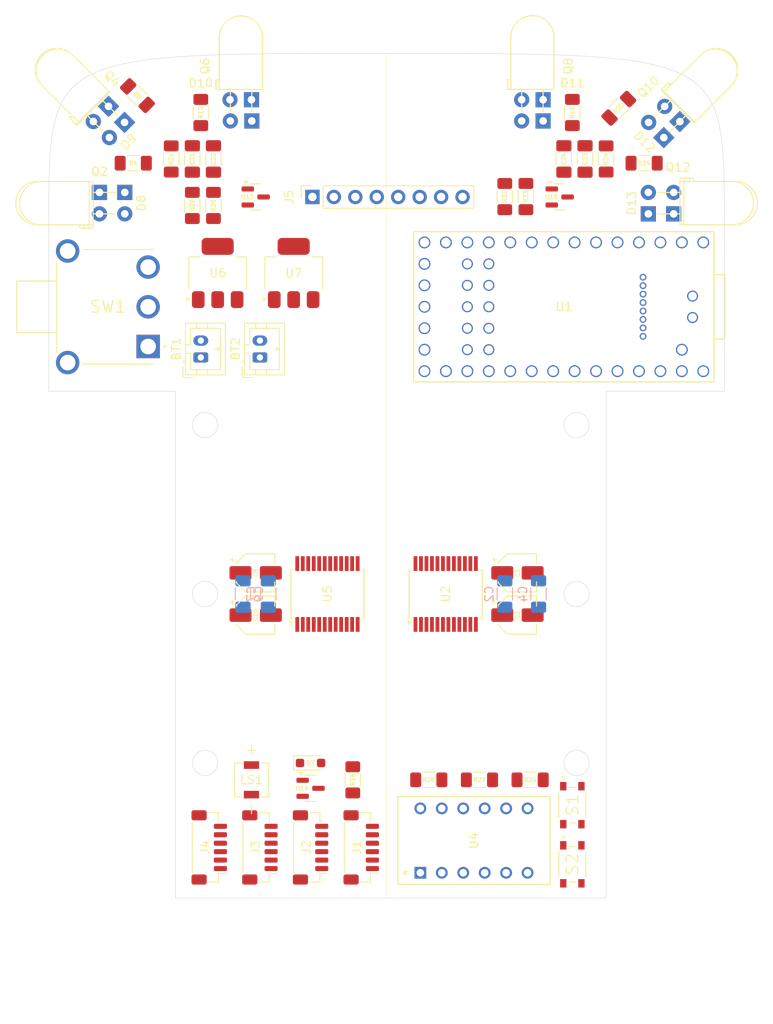
<source format=kicad_pcb>
(kicad_pcb (version 20241229) (generator "pcbnew") (generator_version "9.0")
  (layers (0 "F.Cu" signal) (4 "In1.Cu" signal) (6 "In2.Cu" signal) (2 "B.Cu" signal) (13 "F.Paste" user) (15 "B.Paste" user) (5 "F.SilkS" user "F.Silkscreen") (7 "B.SilkS" user "B.Silkscreen") (1 "F.Mask" user) (3 "B.Mask" user) (25 "Edge.Cuts" user))
  (net 0 "")
  (net 1 "Net-(BT1--)")
  (net 2 "Net-(BT1-+)")
  (net 3 "GND")
  (net 4 "+BATT")
  (net 5 "+5V")
  (net 6 "+3V3")
  (net 7 "Motor_RF_OutA")
  (net 8 "Motor_RF_M1")
  (net 9 "Motor_RF_M2")
  (net 10 "Motor_RF_OutB")
  (net 11 "Motor_RR_M1")
  (net 12 "Motor_RR_OutB")
  (net 13 "Motor_LF_OutB")
  (net 14 "Motor_LF_OutA")
  (net 15 "Motor_LF_M2")
  (net 16 "Motor_LR_M2")
  (net 17 "Motor_LR_OutB")
  (net 18 "Motor_LR_OutA")
  (net 19 "Net-(D7-A)")
  (net 20 "IR_Reciever_Left_90")
  (net 21 "IR_Reciever_Left_45")
  (net 22 "IR_Reciever_Left_0")
  (net 23 "IR_Reciever_Right_0")
  (net 24 "IR_Reciever_Right_45")
  (net 25 "IR_Reciever_Right_90")
  (net 26 "Net-(Q14-B)")
  (net 27 "IR_Emmiter_Left_Half")
  (net 28 "IR_Emmiter_Right_Half")
  (net 30 "Motor_RR_M2")
  (net 31 "Motor_RR_OutA")
  (net 33 "Net-(U4-*RESET)")
  (net 34 "Motor_RF_PWM")
  (net 36 "Motor_RR_PWM")
  (net 37 "Net-(D10-A)")
  (net 38 "Net-(D10-K)")
  (net 41 "Net-(D11-K)")
  (net 42 "Net-(D11-A)")
  (net 43 "Net-(Q13-G)")
  (net 46 "Net-(Q15-G)")
  (net 55 "Right_IN2")
  (net 56 "Motor_STBY")
  (net 57 "Right_IN1")
  (net 60 "Motor_LR_M1")
  (net 61 "Left_IN2")
  (net 62 "Left_IN1")
  (net 63 "Motor_LR_PWM")
  (net 64 "Motor_LF_PWM")
  (net 65 "Motor_LF_M1")
  (net 67 "Gyro_SDA")
  (net 69 "Gyro_SCL")
  (net 71 "Net-(R26-Pad2)")
  (net 72 "Net-(R27-Pad1)")
  (net 75 "Speaker Signal")
  (net 76 "HCMS_DataIn")
  (net 77 "HCMS_CLK")
  (net 78 "HCMS_CE")
  (net 79 "HCMS_RS")
  (net 80 "Interface_Button1")
  (net 81 "Interface_Button2")
  (footprint "Package_TO_SOT_SMD:SOT-23" (layer "F.Cu") (at 85 127)
    (property "Reference" "Q14" (at -1 0 180) (layer "F.SilkS") (effects (font (size 0.5 0.5) (thickness 0.125))))
    (property "Value" "BC847")
    (pad "1" smd roundrect (at -0.9375 -0.95) (size 1.475 0.6) (layers "F.Cu" "F.Mask" "F.Paste") (net 26 "Net-(Q14-B)"))
    (pad "2" smd roundrect (at -0.9375 0.95) (size 1.475 0.6) (layers "F.Cu" "F.Mask" "F.Paste") (net 3 "GND"))
    (pad "3" smd roundrect (at 0.9375 0) (size 1.475 0.6) (layers "F.Cu" "F.Mask" "F.Paste") (net 19 "Net-(D7-A)"))
  )
  (footprint "Resistor_SMD:R_1206_3216Metric_Pad1.30x1.75mm_HandSolder" (layer "F.Cu") (at 120 52.5 90)
    (property "Reference" "R34" (at 0 0 90) (layer "F.SilkS") (effects (font (size 0.5 0.5) (thickness 0.125))))
    (property "Value" "51")
    (pad "1" smd roundrect (at -1.55 0 90) (size 1.3 1.75) (layers "F.Cu" "F.Mask" "F.Paste") (roundrect_rratio 0.192308) (net 6 "+3V3"))
    (pad "2" smd roundrect (at 1.55 0 90) (size 1.3 1.75) (layers "F.Cu" "F.Mask" "F.Paste") (roundrect_rratio 0.192308) (net 42 "Net-(D11-A)"))
  )
  (footprint "Connector_PinSocket_2.54mm:PinSocket_1x08_P2.54mm_Vertical" (layer "F.Cu") (at 85.22 57 90)
    (property "Reference" "J5" (at 0 -2.77 90) (layer "F.SilkS"))
    (property "Value" "Conn_01x08_Pin")
    (pad "1" thru_hole rect (at 0 0 90) (size 1.7 1.7) (drill 1) (layers "*.Cu" "*.Mask") (net 5 "+5V"))
    (pad "2" thru_hole oval (at 0 2.54 90) (size 1.7 1.7) (drill 1) (layers "*.Cu" "*.Mask"))
    (pad "3" thru_hole oval (at 0 5.08 90) (size 1.7 1.7) (drill 1) (layers "*.Cu" "*.Mask") (net 3 "GND"))
    (pad "4" thru_hole oval (at 0 7.62 90) (size 1.7 1.7) (drill 1) (layers "*.Cu" "*.Mask") (net 69 "Gyro_SCL"))
    (pad "5" thru_hole oval (at 0 10.16 90) (size 1.7 1.7) (drill 1) (layers "*.Cu" "*.Mask") (net 67 "Gyro_SDA"))
    (pad "6" thru_hole oval (at 0 12.7 90) (size 1.7 1.7) (drill 1) (layers "*.Cu" "*.Mask"))
    (pad "7" thru_hole oval (at 0 15.24 90) (size 1.7 1.7) (drill 1) (layers "*.Cu" "*.Mask"))
    (pad "8" thru_hole oval (at 0 17.78 90) (size 1.7 1.7) (drill 1) (layers "*.Cu" "*.Mask"))
  )
  (footprint "Connector_JST:JST_PH_B2B-PH-K_1x02_P2.00mm_Vertical" (layer "F.Cu") (at 79 76 90)
    (property "Reference" "BT2" (at 1 -2.9 90) (layer "F.SilkS"))
    (property "Value" "3.7V")
    (pad "1" thru_hole roundrect (at 0 0 90) (size 1.2 1.75) (drill 0.75) (layers "*.Cu" "*.Mask") (roundrect_rratio 0.208333) (net 1 "Net-(BT1--)"))
    (pad "2" thru_hole oval (at 2 0 90) (size 1.2 1.75) (drill 0.75) (layers "*.Cu" "*.Mask") (net 3 "GND"))
  )
  (footprint "Resistor_SMD:R_1206_3216Metric_Pad1.30x1.75mm_HandSolder" (layer "F.Cu") (at 64 53)
    (property "Reference" "R4" (at 0 0 0) (layer "F.SilkS") (effects (font (size 0.5 0.5) (thickness 0.125))))
    (property "Value" "1.8K")
    (pad "1" smd roundrect (at -1.55 0) (size 1.3 1.75) (layers "F.Cu" "F.Mask" "F.Paste") (roundrect_rratio 0.192308) (net 20 "IR_Reciever_Left_90"))
    (pad "2" smd roundrect (at 1.55 0) (size 1.3 1.75) (layers "F.Cu" "F.Mask" "F.Paste") (roundrect_rratio 0.192308) (net 3 "GND"))
  )
  (footprint "Resistor_SMD:R_1206_3216Metric_Pad1.30x1.75mm_HandSolder" (layer "F.Cu") (at 124.5 53 180)
    (property "Reference" "R24" (at 0 0 0) (layer "F.SilkS") (effects (font (size 0.5 0.5) (thickness 0.125))))
    (property "Value" "1.8K")
    (pad "1" smd roundrect (at -1.55 0 180) (size 1.3 1.75) (layers "F.Cu" "F.Mask" "F.Paste") (roundrect_rratio 0.192308) (net 25 "IR_Reciever_Right_90"))
    (pad "2" smd roundrect (at 1.55 0 180) (size 1.3 1.75) (layers "F.Cu" "F.Mask" "F.Paste") (roundrect_rratio 0.192308) (net 3 "GND"))
  )
  (footprint "Resistor_SMD:R_1206_3216Metric_Pad1.30x1.75mm_HandSolder" (layer "F.Cu") (at 105 126)
    (property "Reference" "R27" (at 0 0 0) (layer "F.SilkS") (effects (font (size 0.5 0.5) (thickness 0.125))))
    (property "Value" "10K")
    (pad "1" smd roundrect (at -1.55 0) (size 1.3 1.75) (layers "F.Cu" "F.Mask" "F.Paste") (roundrect_rratio 0.192308) (net 72 "Net-(R27-Pad1)"))
    (pad "2" smd roundrect (at 1.55 0) (size 1.3 1.75) (layers "F.Cu" "F.Mask" "F.Paste") (roundrect_rratio 0.192308) (net 3 "GND"))
  )
  (footprint "Resistor_SMD:R_1206_3216Metric_Pad1.30x1.75mm_HandSolder" (layer "F.Cu") (at 110.5 56.95 -90)
    (property "Reference" "R33" (at 0 0 90) (layer "F.SilkS") (effects (font (size 0.5 0.5) (thickness 0.125))))
    (property "Value" "47K")
    (pad "1" smd roundrect (at -1.55 0 270) (size 1.3 1.75) (layers "F.Cu" "F.Mask" "F.Paste") (roundrect_rratio 0.192308) (net 46 "Net-(Q15-G)"))
    (pad "2" smd roundrect (at 1.55 0 270) (size 1.3 1.75) (layers "F.Cu" "F.Mask" "F.Paste") (roundrect_rratio 0.192308) (net 3 "GND"))
  )
  (footprint "Capacitor_SMD:CP_Elec_4x5.4" (layer "F.Cu") (at 78.5 101.5)
    (property "Reference" "C8" (at 0 0 90) (layer "F.SilkS") (effects (font (size 0.5 0.5) (thickness 0.125))))
    (property "Value" "10 uF")
    (pad "1" smd roundrect (at -1.8 0) (size 2.6 1.6) (layers "F.Cu" "F.Mask" "F.Paste") (roundrect_rratio 0.15625) (net 5 "+5V"))
    (pad "2" smd roundrect (at 1.8 0) (size 2.6 1.6) (layers "F.Cu" "F.Mask" "F.Paste") (roundrect_rratio 0.15625) (net 3 "GND"))
  )
  (footprint "Capacitor_SMD:CP_Elec_4x5.4" (layer "F.Cu") (at 78.5 106.5)
    (property "Reference" "C10" (at 0 0 90) (layer "F.SilkS") (effects (font (size 0.5 0.5) (thickness 0.125))))
    (property "Value" "10 uF")
    (pad "1" smd roundrect (at -1.8 0) (size 2.6 1.6) (layers "F.Cu" "F.Mask" "F.Paste") (roundrect_rratio 0.15625) (net 4 "+BATT"))
    (pad "2" smd roundrect (at 1.8 0) (size 2.6 1.6) (layers "F.Cu" "F.Mask" "F.Paste") (roundrect_rratio 0.15625) (net 3 "GND"))
  )
  (footprint "Capacitor_SMD:CP_Elec_4x5.4" (layer "F.Cu") (at 109.5 106.5)
    (property "Reference" "C3" (at 0 0 90) (layer "F.SilkS") (effects (font (size 0.5 0.5) (thickness 0.125))))
    (property "Value" "10 uF")
    (pad "1" smd roundrect (at -1.8 0) (size 2.6 1.6) (layers "F.Cu" "F.Mask" "F.Paste") (roundrect_rratio 0.15625) (net 5 "+5V"))
    (pad "2" smd roundrect (at 1.8 0) (size 2.6 1.6) (layers "F.Cu" "F.Mask" "F.Paste") (roundrect_rratio 0.15625) (net 3 "GND"))
  )
  (footprint "LED_THT:LED_D5.0mm_Horizontal_O1.27mm_Z3.0mm_IRGrey" (layer "F.Cu") (at 78 45.485 180)
    (property "Reference" "Q6" (at 5.5 3.985 270) (layer "F.SilkS"))
    (property "Value" "SFH300")
    (pad "1" thru_hole rect (at 0 0 180) (size 1.8 1.8) (drill 0.9) (layers "*.Cu" "*.Mask") (net 6 "+3V3"))
    (pad "2" thru_hole circle (at 2.54 0 180) (size 1.8 1.8) (drill 0.9) (layers "*.Cu" "*.Mask") (net 22 "IR_Reciever_Left_0"))
  )
  (footprint "Capacitor_SMD:C_1206_3216Metric_Pad1.33x1.80mm_HandSolder" (layer "F.Cu") (at 71 52.5 -90)
    (property "Reference" "C21" (at 0 0 90) (layer "F.SilkS") (effects (font (size 0.5 0.5) (thickness 0.125))))
    (property "Value" "4.7uF")
    (pad "1" smd roundrect (at -1.5625 0 270) (size 1.325 1.8) (layers "F.Cu" "F.Mask" "F.Paste") (roundrect_rratio 0.188679) (net 6 "+3V3"))
    (pad "2" smd roundrect (at 1.5625 0 270) (size 1.325 1.8) (layers "F.Cu" "F.Mask" "F.Paste") (roundrect_rratio 0.188679) (net 3 "GND"))
  )
  (footprint "LED_THT:LED_D5.0mm_Horizontal_O1.27mm_Z3.0mm_IRGrey" (layer "F.Cu") (at 112.54 45.485 180)
    (property "Reference" "Q8" (at -2.96 3.985 90) (layer "F.SilkS"))
    (property "Value" "SFH300")
    (pad "1" thru_hole rect (at 0 0 180) (size 1.8 1.8) (drill 0.9) (layers "*.Cu" "*.Mask") (net 6 "+3V3"))
    (pad "2" thru_hole circle (at 2.54 0 180) (size 1.8 1.8) (drill 0.9) (layers "*.Cu" "*.Mask") (net 23 "IR_Reciever_Right_0"))
  )
  (footprint "Resistor_SMD:R_1206_3216Metric_Pad1.30x1.75mm_HandSolder" (layer "F.Cu") (at 121.5 46.5 -135)
    (property "Reference" "R20" (at 0 0 45) (layer "F.SilkS") (effects (font (size 0.5 0.5) (thickness 0.125))))
    (property "Value" "1.8K")
    (pad "1" smd roundrect (at -1.550001 0 225) (size 1.3 1.75) (layers "F.Cu" "F.Mask" "F.Paste") (roundrect_rratio 0.192308) (net 24 "IR_Reciever_Right_45"))
    (pad "2" smd roundrect (at 1.550001 0 225) (size 1.3 1.75) (layers "F.Cu" "F.Mask" "F.Paste") (roundrect_rratio 0.192308) (net 3 "GND"))
  )
  (footprint "Resistor_SMD:R_1206_3216Metric_Pad1.30x1.75mm_HandSolder" (layer "F.Cu") (at 64.5 45 -45)
    (property "Reference" "R8" (at 0 0 135) (layer "F.SilkS") (effects (font (size 0.5 0.5) (thickness 0.125))))
    (property "Value" "1.8K")
    (pad "1" smd roundrect (at -1.550001 0 315) (size 1.3 1.75) (layers "F.Cu" "F.Mask" "F.Paste") (roundrect_rratio 0.192308) (net 21 "IR_Reciever_Left_45"))
    (pad "2" smd roundrect (at 1.550001 0 315) (size 1.3 1.75) (layers "F.Cu" "F.Mask" "F.Paste") (roundrect_rratio 0.192308) (net 3 "GND"))
  )
  (footprint "LED_THT:LED_D5.0mm_Horizontal_O1.27mm_Z3.0mm_IRGrey" (layer "F.Cu") (at 61.072935 46.269813 -135)
    (property "Reference" "Q4" (at -2.614088 2.010126 135) (layer "F.SilkS"))
    (property "Value" "SFH300")
    (pad "1" thru_hole rect (at 0 0 225) (size 1.8 1.8) (drill 0.9) (layers "*.Cu" "*.Mask") (net 6 "+3V3"))
    (pad "2" thru_hole circle (at 2.54 0 225) (size 1.8 1.8) (drill 0.9) (layers "*.Cu" "*.Mask") (net 21 "IR_Reciever_Left_45"))
  )
  (footprint "LED_THT:LED_D5.0mm_Horizontal_O3.81mm_Z9.0mm" (layer "F.Cu") (at 112.54 48 180)
    (property "Reference" "D11" (at -3.46 4.5 180) (layer "F.SilkS"))
    (property "Value" "IR")
    (pad "1" thru_hole rect (at 0 0 180) (size 1.8 1.8) (drill 0.9) (layers "*.Cu" "*.Mask") (net 41 "Net-(D11-K)"))
    (pad "2" thru_hole circle (at 2.54 0 180) (size 1.8 1.8) (drill 0.9) (layers "*.Cu" "*.Mask") (net 42 "Net-(D11-A)"))
  )
  (footprint "Connector_JST:JST_SH_BM06B-SRSS-TB_1x06-1MP_P1.00mm_Vertical" (layer "F.Cu") (at 73 134 90)
    (property "Reference" "J4" (at 0 -0.5 90) (layer "F.SilkS"))
    (property "Value" "Motor_LR")
    (pad "1" smd roundrect (at -2.5 1.325 90) (size 0.6 1.55) (layers "F.Cu" "F.Mask" "F.Paste") (net 3 "GND"))
    (pad "2" smd roundrect (at -1.5 1.325 90) (size 0.6 1.55) (layers "F.Cu" "F.Mask" "F.Paste") (net 17 "Motor_LR_OutB"))
    (pad "3" smd roundrect (at -0.5 1.325 90) (size 0.6 1.55) (layers "F.Cu" "F.Mask" "F.Paste") (net 18 "Motor_LR_OutA"))
    (pad "4" smd roundrect (at 0.5 1.325 90) (size 0.6 1.55) (layers "F.Cu" "F.Mask" "F.Paste") (net 5 "+5V"))
    (pad "5" smd roundrect (at 1.5 1.325 90) (size 0.6 1.55) (layers "F.Cu" "F.Mask" "F.Paste") (net 16 "Motor_LR_M2"))
    (pad "6" smd roundrect (at 2.5 1.325 90) (size 0.6 1.55) (layers "F.Cu" "F.Mask" "F.Paste") (net 60 "Motor_LR_M1"))
    (pad "MP" smd roundrect (at -3.8 -1.2 90) (size 1.2 1.8) (layers "F.Cu" "F.Mask" "F.Paste") (roundrect_rratio 0.208333))
    (pad "MP" smd roundrect (at 3.8 -1.2 90) (size 1.2 1.8) (layers "F.Cu" "F.Mask" "F.Paste") (roundrect_rratio 0.208333))
  )
  (footprint "Resistor_SMD:R_1206_3216Metric_Pad1.30x1.75mm_HandSolder" (layer "F.Cu") (at 90 126 90)
    (property "Reference" "R25" (at 0 0 90) (layer "F.SilkS") (effects (font (size 0.5 0.5) (thickness 0.125))))
    (property "Value" "180")
    (pad "1" smd roundrect (at -1.55 0 90) (size 1.3 1.75) (layers "F.Cu" "F.Mask" "F.Paste") (roundrect_rratio 0.192308) (net 75 "Speaker Signal"))
    (pad "2" smd roundrect (at 1.55 0 90) (size 1.3 1.75) (layers "F.Cu" "F.Mask" "F.Paste") (roundrect_rratio 0.192308) (net 26 "Net-(Q14-B)"))
  )
  (footprint "Capacitor_SMD:C_1206_3216Metric_Pad1.33x1.80mm_HandSolder" (layer "F.Cu") (at 115 52.5 90)
    (property "Reference" "C24" (at 0 0 90) (layer "F.SilkS") (effects (font (size 0.5 0.5) (thickness 0.125))))
    (property "Value" "0.1uF")
    (pad "1" smd roundrect (at -1.5625 0 90) (size 1.325 1.8) (layers "F.Cu" "F.Mask" "F.Paste") (roundrect_rratio 0.188679) (net 6 "+3V3"))
    (pad "2" smd roundrect (at 1.5625 0 90) (size 1.325 1.8) (layers "F.Cu" "F.Mask" "F.Paste") (roundrect_rratio 0.188679) (net 3 "GND"))
  )
  (footprint "LED_THT:LED_D5.0mm_Horizontal_O3.81mm_Z9.0mm" (layer "F.Cu") (at 63 56.46 -90)
    (property "Reference" "D8" (at 1.27 -1.96 90) (layer "F.SilkS"))
    (property "Value" "IR")
    (pad "1" thru_hole rect (at 0 0 270) (size 1.8 1.8) (drill 0.9) (layers "*.Cu" "*.Mask") (net 38 "Net-(D10-K)"))
    (pad "2" thru_hole circle (at 2.54 0 270) (size 1.8 1.8) (drill 0.9) (layers "*.Cu" "*.Mask") (net 37 "Net-(D10-A)"))
  )
  (footprint "HCMS_2903:DIP12_HCMS-290X-A_BRA" (layer "F.Cu") (at 98 137 90)
    (property "Reference" "U4" (at 3.81 6.35 90) (layer "F.SilkS"))
    (property "Value" "HCMS-2903")
    (fp_text user "*" (at 0 -1.4605 90) (layer "F.SilkS"))
    (fp_text user "*" (at 0 -1.4605 90) (layer "F.SilkS"))
    (pad "1" thru_hole rect (at 0 0 90) (size 1.397 1.397) (drill 0.889) (layers "*.Cu" "*.Mask"))
    (pad "2" thru_hole circle (at 0 2.54 90) (size 1.397 1.397) (drill 0.889) (layers "*.Cu" "*.Mask"))
    (pad "3" thru_hole circle (at 0 5.08 90) (size 1.397 1.397) (drill 0.889) (layers "*.Cu" "*.Mask") (net 5 "+5V"))
    (pad "4" thru_hole circle (at 0 7.62 90) (size 1.397 1.397) (drill 0.889) (layers "*.Cu" "*.Mask") (net 76 "HCMS_DataIn"))
    (pad "5" thru_hole circle (at 0 10.16 90) (size 1.397 1.397) (drill 0.889) (layers "*.Cu" "*.Mask") (net 79 "HCMS_RS"))
    (pad "6" thru_hole circle (at 0 12.7 90) (size 1.397 1.397) (drill 0.889) (layers "*.Cu" "*.Mask") (net 77 "HCMS_CLK"))
    (pad "7" thru_hole circle (at 7.62 12.7 90) (size 1.397 1.397) (drill 0.889) (layers "*.Cu" "*.Mask") (net 78 "HCMS_CE"))
    (pad "8" thru_hole circle (at 7.62 10.16 90) (size 1.397 1.397) (drill 0.889) (layers "*.Cu" "*.Mask") (net 3 "GND"))
    (pad "9" thru_hole circle (at 7.62 7.62 90) (size 1.397 1.397) (drill 0.889) (layers "*.Cu" "*.Mask") (net 3 "GND"))
    (pad "10" thru_hole circle (at 7.62 5.08 90) (size 1.397 1.397) (drill 0.889) (layers "*.Cu" "*.Mask") (net 6 "+3V3"))
    (pad "11" thru_hole circle (at 7.62 2.54 90) (size 1.397 1.397) (drill 0.889) (layers "*.Cu" "*.Mask") (net 6 "+3V3"))
    (pad "12" thru_hole circle (at 7.62 0 90) (size 1.397 1.397) (drill 0.889) (layers "*.Cu" "*.Mask") (net 33 "Net-(U4-*RESET)"))
  )
  (footprint "LED_THT:LED_D5.0mm_Horizontal_O3.81mm_Z9.0mm" (layer "F.Cu") (at 78.04 48 180)
    (property "Reference" "D10" (at 6.04 4.5 180) (layer "F.SilkS"))
    (property "Value" "IR")
    (pad "1" thru_hole rect (at 0 0 180) (size 1.8 1.8) (drill 0.9) (layers "*.Cu" "*.Mask") (net 38 "Net-(D10-K)"))
    (pad "2" thru_hole circle (at 2.54 0 180) (size 1.8 1.8) (drill 0.9) (layers "*.Cu" "*.Mask") (net 37 "Net-(D10-A)"))
  )
  (footprint "Capacitor_SMD:C_1206_3216Metric_Pad1.33x1.80mm_HandSolder" (layer "F.Cu") (at 117.5 52.5 90)
    (property "Reference" "C23" (at 0 0 90) (layer "F.SilkS") (effects (font (size 0.5 0.5) (thickness 0.125))))
    (property "Value" "4.7uF")
    (pad "1" smd roundrect (at -1.5625 0 90) (size 1.325 1.8) (layers "F.Cu" "F.Mask" "F.Paste") (roundrect_rratio 0.188679) (net 6 "+3V3"))
    (pad "2" smd roundrect (at 1.5625 0 90) (size 1.325 1.8) (layers "F.Cu" "F.Mask" "F.Paste") (roundrect_rratio 0.188679) (net 3 "GND"))
  )
  (footprint "LED_THT:LED_D5.0mm_Horizontal_O1.27mm_Z3.0mm_IRGrey" (layer "F.Cu") (at 60 56.46 -90)
    (property "Reference" "Q2" (at -2.46 0 180) (layer "F.SilkS"))
    (property "Value" "SFH300")
    (pad "1" thru_hole rect (at 0 0 270) (size 1.8 1.8) (drill 0.9) (layers "*.Cu" "*.Mask") (net 6 "+3V3"))
    (pad "2" thru_hole circle (at 2.54 0 270) (size 1.8 1.8) (drill 0.9) (layers "*.Cu" "*.Mask") (net 20 "IR_Reciever_Left_90"))
  )
  (footprint "Teensy:Teensy40_SMT" (layer "F.Cu") (at 115 70 180)
    (property "Reference" "U1" (at 0 0 0) (layer "F.SilkS"))
    (property "Value" "Teensy4.0")
    (pad "1" thru_hole circle (at -16.51 7.62 180) (size 1.404 1.404) (drill 1.1) (layers "*.Cu" "*.Mask") (net 3 "GND"))
    (pad "2" thru_hole circle (at -13.97 7.62 180) (size 1.404 1.404) (drill 1.1) (layers "*.Cu" "*.Mask"))
    (pad "3" thru_hole circle (at -11.43 7.62 180) (size 1.404 1.404) (drill 1.1) (layers "*.Cu" "*.Mask"))
    (pad "4" thru_hole circle (at -8.89 7.62 180) (size 1.404 1.404) (drill 1.1) (layers "*.Cu" "*.Mask") (net 27 "IR_Emmiter_Left_Half"))
    (pad "5" thru_hole circle (at -6.35 7.62 180) (size 1.404 1.404) (drill 1.1) (layers "*.Cu" "*.Mask") (net 28 "IR_Emmiter_Right_Half"))
    (pad "6" thru_hole circle (at -3.81 7.62 180) (size 1.404 1.404) (drill 1.1) (layers "*.Cu" "*.Mask") (net 34 "Motor_RF_PWM"))
    (pad "7" thru_hole circle (at -1.27 7.62 180) (size 1.404 1.404) (drill 1.1) (layers "*.Cu" "*.Mask") (net 36 "Motor_RR_PWM"))
    (pad "8" thru_hole circle (at 1.27 7.62 180) (size 1.404 1.404) (drill 1.1) (layers "*.Cu" "*.Mask") (net 64 "Motor_LF_PWM"))
    (pad "9" thru_hole circle (at 3.81 7.62 180) (size 1.404 1.404) (drill 1.1) (layers "*.Cu" "*.Mask") (net 63 "Motor_LR_PWM"))
    (pad "10" thru_hole circle (at 6.35 7.62 180) (size 1.404 1.404) (drill 1.1) (layers "*.Cu" "*.Mask") (net 56 "Motor_STBY"))
    (pad "11" thru_hole circle (at 8.89 7.62 180) (size 1.404 1.404) (drill 1.1) (layers "*.Cu" "*.Mask") (net 75 "Speaker Signal"))
    (pad "12" thru_hole circle (at 11.43 7.62 180) (size 1.404 1.404) (drill 1.1) (layers "*.Cu" "*.Mask") (net 78 "HCMS_CE"))
    (pad "13" thru_hole circle (at 13.97 7.62 180) (size 1.404 1.404) (drill 1.1) (layers "*.Cu" "*.Mask") (net 76 "HCMS_DataIn"))
    (pad "14" thru_hole circle (at 16.51 7.62 180) (size 1.404 1.404) (drill 1.1) (layers "*.Cu" "*.Mask") (net 79 "HCMS_RS"))
    (pad "15" thru_hole circle (at 16.51 5.08 180) (size 1.404 1.404) (drill 1.1) (layers "*.Cu" "*.Mask"))
    (pad "16" thru_hole circle (at 16.51 2.54 180) (size 1.404 1.404) (drill 1.1) (layers "*.Cu" "*.Mask"))
    (pad "17" thru_hole circle (at 16.51 0 180) (size 1.404 1.404) (drill 1.1) (layers "*.Cu" "*.Mask") (net 3 "GND"))
    (pad "18" thru_hole circle (at 16.51 -2.54 180) (size 1.404 1.404) (drill 1.1) (layers "*.Cu" "*.Mask"))
    (pad "19" thru_hole circle (at 16.51 -5.08 180) (size 1.404 1.404) (drill 1.1) (layers "*.Cu" "*.Mask"))
    (pad "20" thru_hole circle (at 16.51 -7.62 180) (size 1.404 1.404) (drill 1.1) (layers "*.Cu" "*.Mask") (net 77 "HCMS_CLK"))
    (pad "21" thru_hole circle (at 13.97 -7.62 180) (size 1.404 1.404) (drill 1.1) (layers "*.Cu" "*.Mask") (net 7 "Motor_RF_OutA"))
    (pad "22" thru_hole circle (at 11.43 -7.62 180) (size 1.404 1.404) (drill 1.1) (layers "*.Cu" "*.Mask") (net 10 "Motor_RF_OutB"))
    (pad "23" thru_hole circle (at 8.89 -7.62 180) (size 1.404 1.404) (drill 1.1) (layers "*.Cu" "*.Mask") (net 69 "Gyro_SCL"))
    (pad "24" thru_hole circle (at 6.35 -7.62 180) (size 1.404 1.404) (drill 1.1) (layers "*.Cu" "*.Mask") (net 67 "Gyro_SDA"))
    (pad "25" thru_hole circle (at 3.81 -7.62 180) (size 1.404 1.404) (drill 1.1) (layers "*.Cu" "*.Mask") (net 20 "IR_Reciever_Left_90"))
    (pad "26" thru_hole circle (at 1.27 -7.62 180) (size 1.404 1.404) (drill 1.1) (layers "*.Cu" "*.Mask") (net 21 "IR_Reciever_Left_45"))
    (pad "27" thru_hole circle (at -1.27 -7.62 180) (size 1.404 1.404) (drill 1.1) (layers "*.Cu" "*.Mask") (net 22 "IR_Reciever_Left_0"))
    (pad "28" thru_hole circle (at -3.81 -7.62 180) (size 1.404 1.404) (drill 1.1) (layers "*.Cu" "*.Mask") (net 23 "IR_Reciever_Right_0"))
    (pad "29" thru_hole circle (at -6.35 -7.62 180) (size 1.404 1.404) (drill 1.1) (layers "*.Cu" "*.Mask") (net 24 "IR_Reciever_Right_45"))
    (pad "30" thru_hole circle (at -8.89 -7.62 180) (size 1.404 1.404) (drill 1.1) (layers "*.Cu" "*.Mask") (net 25 "IR_Reciever_Right_90"))
    (pad "31" thru_hole circle (at -11.43 -7.62 180) (size 1.404 1.404) (drill 1.1) (layers "*.Cu" "*.Mask"))
    (pad "32" thru_hole circle (at -13.97 -7.62 180) (size 1.404 1.404) (drill 1.1) (layers "*.Cu" "*.Mask") (net 3 "GND"))
    (pad "33" thru_hole circle (at -16.51 -7.62 180) (size 1.404 1.404) (drill 1.1) (layers "*.Cu" "*.Mask") (net 5 "+5V"))
    (pad "34" thru_hole circle (at -13.97 -5.08 180) (size 1.404 1.404) (drill 1.1) (layers "*.Cu" "*.Mask"))
    (pad "35" thru_hole circle (at 11.43 -5.08 180) (size 1.304 1.304) (drill 1) (layers "*.Cu" "*.Mask") (net 62 "Left_IN1"))
    (pad "36" thru_hole circle (at 8.89 -5.08 180) (size 1.304 1.304) (drill 1) (layers "*.Cu" "*.Mask") (net 57 "Right_IN1"))
    (pad "37" thru_hole circle (at 11.43 -2.54 180) (size 1.304 1.304) (drill 1) (layers "*.Cu" "*.Mask") (net 61 "Left_IN2"))
    (pad "38" thru_hole circle (at 8.89 -2.54 180) (size 1.304 1.304) (drill 1) (layers "*.Cu" "*.Mask") (net 55 "Right_IN2"))
    (pad "39" thru_hole circle (at 11.43 0 180) (size 1.304 1.304) (drill 1) (layers "*.Cu" "*.Mask") (net 31 "Motor_RR_OutA"))
    (pad "40" thru_hole circle (at 8.89 0 180) (size 1.304 1.304) (drill 1) (layers "*.Cu" "*.Mask") (net 12 "Motor_RR_OutB"))
    (pad "41" thru_hole circle (at 11.43 2.54 180) (size 1.304 1.304) (drill 1) (layers "*.Cu" "*.Mask") (net 14 "Motor_LF_OutA"))
    (pad "42" thru_hole circle (at 8.89 2.54 180) (size 1.304 1.304) (drill 1) (layers "*.Cu" "*.Mask") (net 13 "Motor_LF_OutB"))
    (pad "43" thru_hole circle (at 11.43 5.08 180) (size 1.304 1.304) (drill 1) (layers "*.Cu" "*.Mask") (net 18 "Motor_LR_OutA"))
    (pad "44" thru_hole circle (at 8.89 5.08 180) (size 1.304 1.304) (drill 1) (layers "*.Cu" "*.Mask") (net 17 "Motor_LR_OutB"))
    (pad "45" thru_hole circle (at -9.3716 -3.5 180) (size 0.804 0.804) (drill 0.5) (layers "*.Cu" "*.Mask") (net 80 "Interface_Button1"))
    (pad "46" thru_hole circle (at -9.3716 -2.5 180) (size 0.804 0.804) (drill 0.5) (layers "*.Cu" "*.Mask") (net 81 "Interface_Button2"))
    (pad "47" thru_hole circle (at -9.3716 -1.5 180) (size 0.804 0.804) (drill 0.5) (layers "*.Cu" "*.Mask"))
    (pad "48" thru_hole circle (at -9.3716 -0.5 180) (size 0.804 0.804) (drill 0.5) (layers "*.Cu" "*.Mask"))
    (pad "49" thru_hole circle (at -9.3716 0.5 180) (size 0.804 0.804) (drill 0.5) (layers "*.Cu" "*.Mask"))
    (pad "50" thru_hole circle (at -9.3716 1.5 180) (size 0.804 0.804) (drill 0.5) (layers "*.Cu" "*.Mask"))
    (pad "51" thru_hole circle (at -9.3716 2.5 180) (size 0.804 0.804) (drill 0.5) (layers "*.Cu" "*.Mask"))
    (pad "52" thru_hole circle (at -9.3716 3.5 180) (size 0.804 0.804) (drill 0.5) (layers "*.Cu" "*.Mask"))
    (pad "53" thru_hole circle (at -15.24 -1.27 180) (size 1.304 1.304) (drill 1) (layers "*.Cu" "*.Mask"))
    (pad "54" thru_hole circle (at -15.24 1.27 180) (size 1.304 1.304) (drill 1) (layers "*.Cu" "*.Mask"))
  )
  (footprint "Package_TO_SOT_SMD:SOT-23" (layer "F.Cu") (at 78.5 57)
    (property "Reference" "Q13" (at -1 0 0) (layer "F.SilkS") (effects (font (size 0.5 0.5) (thickness 0.125))))
    (property "Value" "NMOS")
    (pad "1" smd roundrect (at -0.9375 -0.95) (size 1.475 0.6) (layers "F.Cu" "F.Mask" "F.Paste") (net 43 "Net-(Q13-G)"))
    (pad "2" smd roundrect (at -0.9375 0.95) (size 1.475 0.6) (layers "F.Cu" "F.Mask" "F.Paste") (net 3 "GND"))
    (pad "3" smd roundrect (at 0.9375 0) (size 1.475 0.6) (layers "F.Cu" "F.Mask" "F.Paste") (net 38 "Net-(D10-K)"))
  )
  (footprint "Resistor_SMD:R_1206_3216Metric_Pad1.30x1.75mm_HandSolder" (layer "F.Cu") (at 116 47 -90)
    (property "Reference" "R16" (at 0 0 90) (layer "F.SilkS") (effects (font (size 0.5 0.5) (thickness 0.125))))
    (property "Value" "1.8K")
    (pad "1" smd roundrect (at -1.55 0 270) (size 1.3 1.75) (layers "F.Cu" "F.Mask" "F.Paste") (roundrect_rratio 0.192308) (net 23 "IR_Reciever_Right_0"))
    (pad "2" smd roundrect (at 1.55 0 270) (size 1.3 1.75) (layers "F.Cu" "F.Mask" "F.Paste") (roundrect_rratio 0.192308) (net 3 "GND"))
  )
  (footprint "Resistor_SMD:R_1206_3216Metric_Pad1.30x1.75mm_HandSolder" (layer "F.Cu") (at 68.5 52.5 -90)
    (property "Reference" "R31" (at 0 0 90) (layer "F.SilkS") (effects (font (size 0.5 0.5) (thickness 0.125))))
    (property "Value" "51")
    (pad "1" smd roundrect (at -1.55 0 270) (size 1.3 1.75) (layers "F.Cu" "F.Mask" "F.Paste") (roundrect_rratio 0.192308) (net 6 "+3V3"))
    (pad "2" smd roundrect (at 1.55 0 270) (size 1.3 1.75) (layers "F.Cu" "F.Mask" "F.Paste") (roundrect_rratio 0.192308) (net 37 "Net-(D10-A)"))
  )
  (footprint "Resistor_SMD:R_1206_3216Metric_Pad1.30x1.75mm_HandSolder" (layer "F.Cu") (at 72 47 -90)
    (property "Reference" "R12" (at 0 0 90) (layer "F.SilkS") (effects (font (size 0.5 0.5) (thickness 0.125))))
    (property "Value" "1.8K")
    (pad "1" smd roundrect (at -1.55 0 270) (size 1.3 1.75) (layers "F.Cu" "F.Mask" "F.Paste") (roundrect_rratio 0.192308) (net 22 "IR_Reciever_Left_0"))
    (pad "2" smd roundrect (at 1.55 0 270) (size 1.3 1.75) (layers "F.Cu" "F.Mask" "F.Paste") (roundrect_rratio 0.192308) (net 3 "GND"))
  )
  (footprint "Package_TO_SOT_SMD:SOT-23" (layer "F.Cu") (at 114.5 57)
    (property "Reference" "Q15" (at -1 0 0) (layer "F.SilkS") (effects (font (size 0.5 0.5) (thickness 0.125))))
    (property "Value" "NMOS")
    (pad "1" smd roundrect (at -0.9375 -0.95) (size 1.475 0.6) (layers "F.Cu" "F.Mask" "F.Paste") (net 46 "Net-(Q15-G)"))
    (pad "2" smd roundrect (at -0.9375 0.95) (size 1.475 0.6) (layers "F.Cu" "F.Mask" "F.Paste") (net 3 "GND"))
    (pad "3" smd roundrect (at 0.9375 0) (size 1.475 0.6) (layers "F.Cu" "F.Mask" "F.Paste") (net 41 "Net-(D11-K)"))
  )
  (footprint "Resistor_SMD:R_1206_3216Metric_Pad1.30x1.75mm_HandSolder" (layer "F.Cu") (at 71 58 90)
    (property "Reference" "R29" (at 0 0 90) (layer "F.SilkS") (effects (font (size 0.5 0.5) (thickness 0.125))))
    (property "Value" "100")
    (pad "1" smd roundrect (at -1.55 0 90) (size 1.3 1.75) (layers "F.Cu" "F.Mask" "F.Paste") (roundrect_rratio 0.192308) (net 27 "IR_Emmiter_Left_Half"))
    (pad "2" smd roundrect (at 1.55 0 90) (size 1.3 1.75) (layers "F.Cu" "F.Mask" "F.Paste") (roundrect_rratio 0.192308) (net 43 "Net-(Q13-G)"))
  )
  (footprint "Package_SO:SSOP-24_5.3x8.2mm_P0.65mm" (layer "F.Cu") (at 101 104 90)
    (property "Reference" "U2" (at 0 0 90) (layer "F.SilkS"))
    (property "Value" "TB6612FNG")
    (pad "1" smd rect (at -3.6 -3.575 90) (size 1.75 0.45) (layers "F.Cu" "F.Mask" "F.Paste") (net 8 "Motor_RF_M1"))
    (pad "2" smd rect (at -3.6 -2.925 90) (size 1.75 0.45) (layers "F.Cu" "F.Mask" "F.Paste") (net 8 "Motor_RF_M1"))
    (pad "3" smd rect (at -3.6 -2.275 90) (size 1.75 0.45) (layers "F.Cu" "F.Mask" "F.Paste") (net 3 "GND"))
    (pad "4" smd rect (at -3.6 -1.625 90) (size 1.75 0.45) (layers "F.Cu" "F.Mask" "F.Paste") (net 3 "GND"))
    (pad "5" smd rect (at -3.6 -0.975 90) (size 1.75 0.45) (layers "F.Cu" "F.Mask" "F.Paste") (net 9 "Motor_RF_M2"))
    (pad "6" smd rect (at -3.6 -0.325 90) (size 1.75 0.45) (layers "F.Cu" "F.Mask" "F.Paste") (net 9 "Motor_RF_M2"))
    (pad "7" smd rect (at -3.6 0.325 90) (size 1.75 0.45) (layers "F.Cu" "F.Mask" "F.Paste") (net 30 "Motor_RR_M2"))
    (pad "8" smd rect (at -3.6 0.975 90) (size 1.75 0.45) (layers "F.Cu" "F.Mask" "F.Paste") (net 30 "Motor_RR_M2"))
    (pad "9" smd rect (at -3.6 1.625 90) (size 1.75 0.45) (layers "F.Cu" "F.Mask" "F.Paste") (net 3 "GND"))
    (pad "10" smd rect (at -3.6 2.275 90) (size 1.75 0.45) (layers "F.Cu" "F.Mask" "F.Paste") (net 3 "GND"))
    (pad "11" smd rect (at -3.6 2.925 90) (size 1.75 0.45) (layers "F.Cu" "F.Mask" "F.Paste") (net 11 "Motor_RR_M1"))
    (pad "12" smd rect (at -3.6 3.575 90) (size 1.75 0.45) (layers "F.Cu" "F.Mask" "F.Paste") (net 11 "Motor_RR_M1"))
    (pad "13" smd rect (at 3.6 3.575 90) (size 1.75 0.45) (layers "F.Cu" "F.Mask" "F.Paste") (net 4 "+BATT"))
    (pad "14" smd rect (at 3.6 2.925 90) (size 1.75 0.45) (layers "F.Cu" "F.Mask" "F.Paste") (net 4 "+BATT"))
    (pad "15" smd rect (at 3.6 2.275 90) (size 1.75 0.45) (layers "F.Cu" "F.Mask" "F.Paste") (net 36 "Motor_RR_PWM"))
    (pad "16" smd rect (at 3.6 1.625 90) (size 1.75 0.45) (layers "F.Cu" "F.Mask" "F.Paste") (net 55 "Right_IN2"))
    (pad "17" smd rect (at 3.6 0.975 90) (size 1.75 0.45) (layers "F.Cu" "F.Mask" "F.Paste") (net 57 "Right_IN1"))
    (pad "18" smd rect (at 3.6 0.325 90) (size 1.75 0.45) (layers "F.Cu" "F.Mask" "F.Paste") (net 3 "GND"))
    (pad "19" smd rect (at 3.6 -0.325 90) (size 1.75 0.45) (layers "F.Cu" "F.Mask" "F.Paste") (net 56 "Motor_STBY"))
    (pad "20" smd rect (at 3.6 -0.975 90) (size 1.75 0.45) (layers "F.Cu" "F.Mask" "F.Paste") (net 5 "+5V"))
    (pad "21" smd rect (at 3.6 -1.625 90) (size 1.75 0.45) (layers "F.Cu" "F.Mask" "F.Paste") (net 57 "Right_IN1"))
    (pad "22" smd rect (at 3.6 -2.275 90) (size 1.75 0.45) (layers "F.Cu" "F.Mask" "F.Paste") (net 55 "Right_IN2"))
    (pad "23" smd rect (at 3.6 -2.925 90) (size 1.75 0.45) (layers "F.Cu" "F.Mask" "F.Paste") (net 34 "Motor_RF_PWM"))
    (pad "24" smd rect (at 3.6 -3.575 90) (size 1.75 0.45) (layers "F.Cu" "F.Mask" "F.Paste") (net 4 "+BATT"))
  )
  (footprint "Buttons:SW_TL3365AF180QG" (layer "F.Cu") (at 116 129 -90)
    (property "Reference" "S1" (at 0 0 90) (layer "F.SilkS") (effects (font (size 1.4 1.4))))
    (property "Value" "TL3365AF180QG")
    (pad "1" smd rect (at -2.25 1.075 270) (size 1 0.75) (layers "F.Cu" "F.Mask" "F.Paste") (net 6 "+3V3"))
    (pad "2" smd rect (at 2.25 1.075 270) (size 1 0.75) (layers "F.Cu" "F.Mask" "F.Paste") (net 6 "+3V3"))
    (pad "3" smd rect (at -2.25 -1.075 270) (size 1 0.75) (layers "F.Cu" "F.Mask" "F.Paste") (net 80 "Interface_Button1"))
    (pad "4" smd rect (at 2.25 -1.075 270) (size 1 0.75) (layers "F.Cu" "F.Mask" "F.Paste") (net 71 "Net-(R26-Pad2)"))
  )
  (footprint "Capacitor_SMD:CP_Elec_4x5.4" (layer "F.Cu") (at 109.5 101.5)
    (property "Reference" "C1" (at 0 0 90) (layer "F.SilkS") (effects (font (size 0.5 0.5) (thickness 0.125))))
    (property "Value" "10 uF")
    (pad "1" smd roundrect (at -1.8 0) (size 2.6 1.6) (layers "F.Cu" "F.Mask" "F.Paste") (roundrect_rratio 0.15625) (net 4 "+BATT"))
    (pad "2" smd roundrect (at 1.8 0) (size 2.6 1.6) (layers "F.Cu" "F.Mask" "F.Paste") (roundrect_rratio 0.15625) (net 3 "GND"))
  )
  (footprint "LED_THT:LED_D5.0mm_Horizontal_O3.81mm_Z9.0mm" (layer "F.Cu") (at 62.970961 48.167838 -135)
    (property "Reference" "D9" (at 1.27 -1.96 45) (layer "F.SilkS"))
    (property "Value" "IR")
    (pad "1" thru_hole rect (at 0 0 225) (size 1.8 1.8) (drill 0.9) (layers "*.Cu" "*.Mask") (net 38 "Net-(D10-K)"))
    (pad "2" thru_hole circle (at 2.54 0 225) (size 1.8 1.8) (drill 0.9) (layers "*.Cu" "*.Mask") (net 37 "Net-(D10-A)"))
  )
  (footprint "Switch:SW_500SSP1S1M6QEA" (layer "F.Cu") (at 61 70 90)
    (property "Reference" "SW1" (at 0 0 180) (layer "F.SilkS") (effects (font (size 1.4 1.4))))
    (property "Value" "SW_SPDT")
    (pad "1" thru_hole rect (at -4.7 4.765 90) (size 2.775 2.775) (drill 1.85) (layers "*.Cu" "*.Mask"))
    (pad "2" thru_hole circle (at 0 4.765 90) (size 2.775 2.775) (drill 1.85) (layers "*.Cu" "*.Mask") (net 2 "Net-(BT1-+)"))
    (pad "3" thru_hole circle (at 4.7 4.765 90) (size 2.775 2.775) (drill 1.85) (layers "*.Cu" "*.Mask") (net 4 "+BATT"))
    (pad "S1" thru_hole circle (at -6.605 -4.765 90) (size 2.775 2.775) (drill 1.85) (layers "*.Cu" "*.Mask"))
    (pad "S2" thru_hole circle (at 6.605 -4.765 90) (size 2.775 2.775) (drill 1.85) (layers "*.Cu" "*.Mask"))
  )
  (footprint "Connector_JST:JST_SH_BM06B-SRSS-TB_1x06-1MP_P1.00mm_Vertical" (layer "F.Cu") (at 79 134 90)
    (property "Reference" "J3" (at 0 -0.5 90) (layer "F.SilkS"))
    (property "Value" "Motor_LF")
    (pad "1" smd roundrect (at -2.5 1.325 90) (size 0.6 1.55) (layers "F.Cu" "F.Mask" "F.Paste") (net 3 "GND"))
    (pad "2" smd roundrect (at -1.5 1.325 90) (size 0.6 1.55) (layers "F.Cu" "F.Mask" "F.Paste") (net 13 "Motor_LF_OutB"))
    (pad "3" smd roundrect (at -0.5 1.325 90) (size 0.6 1.55) (layers "F.Cu" "F.Mask" "F.Paste") (net 14 "Motor_LF_OutA"))
    (pad "4" smd roundrect (at 0.5 1.325 90) (size 0.6 1.55) (layers "F.Cu" "F.Mask" "F.Paste") (net 5 "+5V"))
    (pad "5" smd roundrect (at 1.5 1.325 90) (size 0.6 1.55) (layers "F.Cu" "F.Mask" "F.Paste") (net 15 "Motor_LF_M2"))
    (pad "6" smd roundrect (at 2.5 1.325 90) (size 0.6 1.55) (layers "F.Cu" "F.Mask" "F.Paste") (net 65 "Motor_LF_M1"))
    (pad "MP" smd roundrect (at -3.8 -1.2 90) (size 1.2 1.8) (layers "F.Cu" "F.Mask" "F.Paste") (roundrect_rratio 0.208333))
    (pad "MP" smd roundrect (at 3.8 -1.2 90) (size 1.2 1.8) (layers "F.Cu" "F.Mask" "F.Paste") (roundrect_rratio 0.208333))
  )
  (footprint "LED_THT:LED_D5.0mm_Horizontal_O3.81mm_Z9.0mm" (layer "F.Cu") (at 126.832162 49.970961 135)
    (property "Reference" "D12" (at 1.27 -1.96 135) (layer "F.SilkS"))
    (property "Value" "IR")
    (pad "1" thru_hole rect (at 0 0 135) (size 1.8 1.8) (drill 0.9) (layers "*.Cu" "*.Mask") (net 41 "Net-(D11-K)"))
    (pad "2" thru_hole circle (at 2.54 0 135) (size 1.8 1.8) (drill 0.9) (layers "*.Cu" "*.Mask") (net 42 "Net-(D11-A)"))
  )
  (footprint "Buttons:SW_TL3365AF180QG" (layer "F.Cu") (at 116 136 -90)
    (property "Reference" "S2" (at 0 0 90) (layer "F.SilkS") (effects (font (size 1.4 1.4))))
    (property "Value" "TL3365AF180QG")
    (pad "1" smd rect (at -2.25 1.075 270) (size 1 0.75) (layers "F.Cu" "F.Mask" "F.Paste") (net 6 "+3V3"))
    (pad "2" smd rect (at 2.25 1.075 270) (size 1 0.75) (layers "F.Cu" "F.Mask" "F.Paste") (net 6 "+3V3"))
    (pad "3" smd rect (at -2.25 -1.075 270) (size 1 0.75) (layers "F.Cu" "F.Mask" "F.Paste") (net 81 "Interface_Button2"))
    (pad "4" smd rect (at 2.25 -1.075 270) (size 1 0.75) (layers "F.Cu" "F.Mask" "F.Paste") (net 72 "Net-(R27-Pad1)"))
  )
  (footprint "SMT_0440:XDCR_SMT-0440-T-R" (layer "F.Cu") (at 78 126 -90)
    (property "Reference" "LS1" (at 0 0 180) (layer "F.SilkS"))
    (property "Value" "SMT-0440-T-R")
    (pad "N" smd rect (at 1.75 0 270) (size 0.9 1.8) (layers "F.Cu" "F.Mask" "F.Paste") (net 19 "Net-(D7-A)"))
    (pad "P" smd rect (at -1.75 0 270) (size 0.9 1.8) (layers "F.Cu" "F.Mask" "F.Paste") (net 6 "+3V3"))
  )
  (footprint "Package_SO:SSOP-24_5.3x8.2mm_P0.65mm" (layer "F.Cu") (at 87 104 90)
    (property "Reference" "U5" (at 0 0 270) (layer "F.SilkS"))
    (property "Value" "TB6612FNG")
    (pad "1" smd rect (at -3.6 -3.575 90) (size 1.75 0.45) (layers "F.Cu" "F.Mask" "F.Paste") (net 65 "Motor_LF_M1"))
    (pad "2" smd rect (at -3.6 -2.925 90) (size 1.75 0.45) (layers "F.Cu" "F.Mask" "F.Paste") (net 65 "Motor_LF_M1"))
    (pad "3" smd rect (at -3.6 -2.275 90) (size 1.75 0.45) (layers "F.Cu" "F.Mask" "F.Paste") (net 3 "GND"))
    (pad "4" smd rect (at -3.6 -1.625 90) (size 1.75 0.45) (layers "F.Cu" "F.Mask" "F.Paste") (net 3 "GND"))
    (pad "5" smd rect (at -3.6 -0.975 90) (size 1.75 0.45) (layers "F.Cu" "F.Mask" "F.Paste") (net 15 "Motor_LF_M2"))
    (pad "6" smd rect (at -3.6 -0.325 90) (size 1.75 0.45) (layers "F.Cu" "F.Mask" "F.Paste") (net 15 "Motor_LF_M2"))
    (pad "7" smd rect (at -3.6 0.325 90) (size 1.75 0.45) (layers "F.Cu" "F.Mask" "F.Paste") (net 16 "Motor_LR_M2"))
    (pad "8" smd rect (at -3.6 0.975 90) (size 1.75 0.45) (layers "F.Cu" "F.Mask" "F.Paste") (net 16 "Motor_LR_M2"))
    (pad "9" smd rect (at -3.6 1.625 90) (size 1.75 0.45) (layers "F.Cu" "F.Mask" "F.Paste") (net 3 "GND"))
    (pad "10" smd rect (at -3.6 2.275 90) (size 1.75 0.45) (layers "F.Cu" "F.Mask" "F.Paste") (net 3 "GND"))
    (pad "11" smd rect (at -3.6 2.925 90) (size 1.75 0.45) (layers "F.Cu" "F.Mask" "F.Paste") (net 60 "Motor_LR_M1"))
    (pad "12" smd rect (at -3.6 3.575 90) (size 1.75 0.45) (layers "F.Cu" "F.Mask" "F.Paste") (net 60 "Motor_LR_M1"))
    (pad "13" smd rect (at 3.6 3.575 90) (size 1.75 0.45) (layers "F.Cu" "F.Mask" "F.Paste") (net 4 "+BATT"))
    (pad "14" smd rect (at 3.6 2.925 90) (size 1.75 0.45) (layers "F.Cu" "F.Mask" "F.Paste") (net 4 "+BATT"))
    (pad "15" smd rect (at 3.6 2.275 90) (size 1.75 0.45) (layers "F.Cu" "F.Mask" "F.Paste") (net 63 "Motor_LR_PWM"))
    (pad "16" smd rect (at 3.6 1.625 90) (size 1.75 0.45) (layers "F.Cu" "F.Mask" "F.Paste") (net 61 "Left_IN2"))
    (pad "17" smd rect (at 3.6 0.975 90) (size 1.75 0.45) (layers "F.Cu" "F.Mask" "F.Paste") (net 62 "Left_IN1"))
    (pad "18" smd rect (at 3.6 0.325 90) (size 1.75 0.45) (layers "F.Cu" "F.Mask" "F.Paste") (net 3 "GND"))
    (pad "19" smd rect (at 3.6 -0.325 90) (size 1.75 0.45) (layers "F.Cu" "F.Mask" "F.Paste") (net 56 "Motor_STBY"))
    (pad "20" smd rect (at 3.6 -0.975 90) (size 1.75 0.45) (layers "F.Cu" "F.Mask" "F.Paste") (net 5 "+5V"))
    (pad "21" smd rect (at 3.6 -1.625 90) (size 1.75 0.45) (layers "F.Cu" "F.Mask" "F.Paste") (net 62 "Left_IN1"))
    (pad "22" smd rect (at 3.6 -2.275 90) (size 1.75 0.45) (layers "F.Cu" "F.Mask" "F.Paste") (net 61 "Left_IN2"))
    (pad "23" smd rect (at 3.6 -2.925 90) (size 1.75 0.45) (layers "F.Cu" "F.Mask" "F.Paste") (net 64 "Motor_LF_PWM"))
    (pad "24" smd rect (at 3.6 -3.575 90) (size 1.75 0.45) (layers "F.Cu" "F.Mask" "F.Paste") (net 4 "+BATT"))
  )
  (footprint "LED_THT:LED_D5.0mm_Horizontal_O1.27mm_Z3.0mm_IRGrey" (layer "F.Cu") (at 128 59 90)
    (property "Reference" "Q12" (at 5.5 0.5 180) (layer "F.SilkS"))
    (property "Value" "SFH300")
    (pad "1" thru_hole rect (at 0 0 90) (size 1.8 1.8) (drill 0.9) (layers "*.Cu" "*.Mask") (net 6 "+3V3"))
    (pad "2" thru_hole circle (at 2.54 0 90) (size 1.8 1.8) (drill 0.9) (layers "*.Cu" "*.Mask") (net 25 "IR_Reciever_Right_90"))
  )
  (footprint "LED_THT:LED_D5.0mm_Horizontal_O1.27mm_Z3.0mm_IRGrey" (layer "F.Cu") (at 128.730188 48.072935 135)
    (property "Reference" "Q10" (at 5.517641 0.242359 225) (layer "F.SilkS"))
    (property "Value" "SFH300")
    (pad "1" thru_hole rect (at 0 0 135) (size 1.8 1.8) (drill 0.9) (layers "*.Cu" "*.Mask") (net 6 "+3V3"))
    (pad "2" thru_hole circle (at 2.54 0 135) (size 1.8 1.8) (drill 0.9) (layers "*.Cu" "*.Mask") (net 24 "IR_Reciever_Right_45"))
  )
  (footprint "Connector_JST:JST_SH_BM06B-SRSS-TB_1x06-1MP_P1.00mm_Vertical" (layer "F.Cu") (at 91 134 90)
    (property "Reference" "J1" (at 0 -0.5 90) (layer "F.SilkS"))
    (property "Value" "Motor_RF")
    (pad "1" smd roundrect (at -2.5 1.325 90) (size 0.6 1.55) (layers "F.Cu" "F.Mask" "F.Paste") (net 3 "GND"))
    (pad "2" smd roundrect (at -1.5 1.325 90) (size 0.6 1.55) (layers "F.Cu" "F.Mask" "F.Paste") (net 10 "Motor_RF_OutB"))
    (pad "3" smd roundrect (at -0.5 1.325 90) (size 0.6 1.55) (layers "F.Cu" "F.Mask" "F.Paste") (net 7 "Motor_RF_OutA"))
    (pad "4" smd roundrect (at 0.5 1.325 90) (size 0.6 1.55) (layers "F.Cu" "F.Mask" "F.Paste") (net 5 "+5V"))
    (pad "5" smd roundrect (at 1.5 1.325 90) (size 0.6 1.55) (layers "F.Cu" "F.Mask" "F.Paste") (net 9 "Motor_RF_M2"))
    (pad "6" smd roundrect (at 2.5 1.325 90) (size 0.6 1.55) (layers "F.Cu" "F.Mask" "F.Paste") (net 8 "Motor_RF_M1"))
    (pad "MP" smd roundrect (at -3.8 -1.2 90) (size 1.2 1.8) (layers "F.Cu" "F.Mask" "F.Paste") (roundrect_rratio 0.208333))
    (pad "MP" smd roundrect (at 3.8 -1.2 90) (size 1.2 1.8) (layers "F.Cu" "F.Mask" "F.Paste") (roundrect_rratio 0.208333))
  )
  (footprint "Connector_JST:JST_PH_B2B-PH-K_1x02_P2.00mm_Vertical" (layer "F.Cu") (at 72 76 90)
    (property "Reference" "BT1" (at 1 -2.9 90) (layer "F.SilkS"))
    (property "Value" "3.7V")
    (pad "1" thru_hole roundrect (at 0 0 90) (size 1.2 1.75) (drill 0.75) (layers "*.Cu" "*.Mask") (roundrect_rratio 0.208333) (net 2 "Net-(BT1-+)"))
    (pad "2" thru_hole oval (at 2 0 90) (size 1.2 1.75) (drill 0.75) (layers "*.Cu" "*.Mask") (net 1 "Net-(BT1--)"))
  )
  (footprint "Resistor_SMD:R_1206_3216Metric_Pad1.30x1.75mm_HandSolder" (layer "F.Cu") (at 73.5 58 -90)
    (property "Reference" "R30" (at 0 0 90) (layer "F.SilkS") (effects (font (size 0.5 0.5) (thickness 0.125))))
    (property "Value" "47K")
    (pad "1" smd roundrect (at -1.55 0 270) (size 1.3 1.75) (layers "F.Cu" "F.Mask" "F.Paste") (roundrect_rratio 0.192308) (net 43 "Net-(Q13-G)"))
    (pad "2" smd roundrect (at 1.55 0 270) (size 1.3 1.75) (layers "F.Cu" "F.Mask" "F.Paste") (roundrect_rratio 0.192308) (net 3 "GND"))
  )
  (footprint "Package_TO_SOT_SMD:SOT-223-3_TabPin2" (layer "F.Cu") (at 74 66 90)
    (property "Reference" "U6" (at 0 0 180) (layer "F.SilkS"))
    (property "Value" "LD1117S50TR_SOT223")
    (pad "1" smd roundrect (at -3.15 -2.3 90) (size 2 1.5) (layers "F.Cu" "F.Mask" "F.Paste") (net 3 "GND"))
    (pad "2" smd roundrect (at -3.15 0 90) (size 2 1.5) (layers "F.Cu" "F.Mask" "F.Paste") (net 5 "+5V"))
    (pad "2" smd roundrect (at 3.15 0 90) (size 2 3.8) (layers "F.Cu" "F.Mask" "F.Paste") (net 5 "+5V"))
    (pad "3" smd roundrect (at -3.15 2.3 90) (size 2 1.5) (layers "F.Cu" "F.Mask" "F.Paste") (net 4 "+BATT"))
  )
  (footprint "Connector_JST:JST_SH_BM06B-SRSS-TB_1x06-1MP_P1.00mm_Vertical" (layer "F.Cu") (at 85 134 90)
    (property "Reference" "J2" (at 0 -0.5 90) (layer "F.SilkS"))
    (property "Value" "Motor_RR")
    (pad "1" smd roundrect (at -2.5 1.325 90) (size 0.6 1.55) (layers "F.Cu" "F.Mask" "F.Paste") (net 3 "GND"))
    (pad "2" smd roundrect (at -1.5 1.325 90) (size 0.6 1.55) (layers "F.Cu" "F.Mask" "F.Paste") (net 12 "Motor_RR_OutB"))
    (pad "3" smd roundrect (at -0.5 1.325 90) (size 0.6 1.55) (layers "F.Cu" "F.Mask" "F.Paste") (net 31 "Motor_RR_OutA"))
    (pad "4" smd roundrect (at 0.5 1.325 90) (size 0.6 1.55) (layers "F.Cu" "F.Mask" "F.Paste") (net 5 "+5V"))
    (pad "5" smd roundrect (at 1.5 1.325 90) (size 0.6 1.55) (layers "F.Cu" "F.Mask" "F.Paste") (net 30 "Motor_RR_M2"))
    (pad "6" smd roundrect (at 2.5 1.325 90) (size 0.6 1.55) (layers "F.Cu" "F.Mask" "F.Paste") (net 11 "Motor_RR_M1"))
    (pad "MP" smd roundrect (at -3.8 -1.2 90) (size 1.2 1.8) (layers "F.Cu" "F.Mask" "F.Paste") (roundrect_rratio 0.208333))
    (pad "MP" smd roundrect (at 3.8 -1.2 90) (size 1.2 1.8) (layers "F.Cu" "F.Mask" "F.Paste") (roundrect_rratio 0.208333))
  )
  (footprint "Capacitor_SMD:C_1206_3216Metric_Pad1.33x1.80mm_HandSolder" (layer "F.Cu") (at 73.5 52.5 -90)
    (property "Reference" "C22" (at 0 0 90) (layer "F.SilkS") (effects (font (size 0.5 0.5) (thickness 0.125))))
    (property "Value" "0.1uF")
    (pad "1" smd roundrect (at -1.5625 0 270) (size 1.325 1.8) (layers "F.Cu" "F.Mask" "F.Paste") (roundrect_rratio 0.188679) (net 6 "+3V3"))
    (pad "2" smd roundrect (at 1.5625 0 270) (size 1.325 1.8) (layers "F.Cu" "F.Mask" "F.Paste") (roundrect_rratio 0.188679) (net 3 "GND"))
  )
  (footprint "Diode_SMD:D_SOD-323_HandSoldering" (layer "F.Cu") (at 85 124)
    (property "Reference" "D7" (at 0 0 0) (layer "F.SilkS") (effects (font (size 0.5 0.5) (thickness 0.125))))
    (property "Value" "D")
    (pad "1" smd roundrect (at -1.25 0) (size 1 1) (layers "F.Cu" "F.Mask" "F.Paste") (net 6 "+3V3"))
    (pad "2" smd roundrect (at 1.25 0) (size 1 1) (layers "F.Cu" "F.Mask" "F.Paste") (net 19 "Net-(D7-A)"))
  )
  (footprint "Resistor_SMD:R_1206_3216Metric_Pad1.30x1.75mm_HandSolder" (layer "F.Cu") (at 99 126)
    (property "Reference" "R28" (at 0 0 0) (layer "F.SilkS") (effects (font (size 0.5 0.5) (thickness 0.125))))
    (property "Value" "10K")
    (pad "1" smd roundrect (at -1.55 0) (size 1.3 1.75) (layers "F.Cu" "F.Mask" "F.Paste") (roundrect_rratio 0.192308) (net 33 "Net-(U4-*RESET)"))
    (pad "2" smd roundrect (at 1.55 0) (size 1.3 1.75) (layers "F.Cu" "F.Mask" "F.Paste") (roundrect_rratio 0.192308) (net 6 "+3V3"))
  )
  (footprint "LED_THT:LED_D5.0mm_Horizontal_O3.81mm_Z9.0mm" (layer "F.Cu") (at 125 59 90)
    (property "Reference" "D13" (at 1.27 -1.96 90) (layer "F.SilkS"))
    (property "Value" "IR")
    (pad "1" thru_hole rect (at 0 0 90) (size 1.8 1.8) (drill 0.9) (layers "*.Cu" "*.Mask") (net 41 "Net-(D11-K)"))
    (pad "2" thru_hole circle (at 2.54 0 90) (size 1.8 1.8) (drill 0.9) (layers "*.Cu" "*.Mask") (net 42 "Net-(D11-A)"))
  )
  (footprint "Resistor_SMD:R_1206_3216Metric_Pad1.30x1.75mm_HandSolder" (layer "F.Cu") (at 111 126)
    (property "Reference" "R26" (at 0 0 0) (layer "F.SilkS") (effects (font (size 0.5 0.5) (thickness 0.125))))
    (property "Value" "10K")
    (pad "1" smd roundrect (at -1.55 0) (size 1.3 1.75) (layers "F.Cu" "F.Mask" "F.Paste") (roundrect_rratio 0.192308) (net 3 "GND"))
    (pad "2" smd roundrect (at 1.55 0) (size 1.3 1.75) (layers "F.Cu" "F.Mask" "F.Paste") (roundrect_rratio 0.192308) (net 71 "Net-(R26-Pad2)"))
  )
  (footprint "Resistor_SMD:R_1206_3216Metric_Pad1.30x1.75mm_HandSolder" (layer "F.Cu") (at 108 56.95 90)
    (property "Reference" "R32" (at 0 0 90) (layer "F.SilkS") (effects (font (size 0.5 0.5) (thickness 0.125))))
    (property "Value" "100")
    (pad "1" smd roundrect (at -1.55 0 90) (size 1.3 1.75) (layers "F.Cu" "F.Mask" "F.Paste") (roundrect_rratio 0.192308) (net 28 "IR_Emmiter_Right_Half"))
    (pad "2" smd roundrect (at 1.55 0 90) (size 1.3 1.75) (layers "F.Cu" "F.Mask" "F.Paste") (roundrect_rratio 0.192308) (net 46 "Net-(Q15-G)"))
  )
  (footprint "Package_TO_SOT_SMD:SOT-223-3_TabPin2" (layer "F.Cu") (at 83 66 90)
    (property "Reference" "U7" (at 0 0 180) (layer "F.SilkS"))
    (property "Value" "LD1117S33TR_SOT223")
    (pad "1" smd roundrect (at -3.15 -2.3 90) (size 2 1.5) (layers "F.Cu" "F.Mask" "F.Paste") (net 3 "GND"))
    (pad "2" smd roundrect (at -3.15 0 90) (size 2 1.5) (layers "F.Cu" "F.Mask" "F.Paste") (net 6 "+3V3"))
    (pad "2" smd roundrect (at 3.15 0 90) (size 2 3.8) (layers "F.Cu" "F.Mask" "F.Paste") (net 6 "+3V3"))
    (pad "3" smd roundrect (at -3.15 2.3 90) (size 2 1.5) (layers "F.Cu" "F.Mask" "F.Paste") (net 4 "+BATT"))
  )
  (footprint "Capacitor_SMD:C_1206_3216Metric_Pad1.33x1.80mm_HandSolder" (layer "B.Cu") (at 112 104 -90)
    (property "Reference" "C4" (at 0 1.85 90) (layer "B.SilkS") (effects (justify mirror)))
    (property "Value" "0.1 uF")
    (pad "1" smd roundrect (at -1.5625 0 270) (size 1.325 1.8) (layers "B.Cu" "B.Mask" "B.Paste") (roundrect_rratio 0.188679) (net 5 "+5V"))
    (pad "2" smd roundrect (at 1.5625 0 270) (size 1.325 1.8) (layers "B.Cu" "B.Mask" "B.Paste") (roundrect_rratio 0.188679) (net 3 "GND"))
  )
  (footprint "Capacitor_SMD:C_1206_3216Metric_Pad1.33x1.80mm_HandSolder" (layer "B.Cu") (at 77 104 90)
    (property "Reference" "C9" (at 0 1.85 90) (layer "B.SilkS") (effects (justify mirror)))
    (property "Value" "0.1 uF")
    (pad "1" smd roundrect (at -1.5625 0 90) (size 1.325 1.8) (layers "B.Cu" "B.Mask" "B.Paste") (roundrect_rratio 0.188679) (net 4 "+BATT"))
    (pad "2" smd roundrect (at 1.5625 0 90) (size 1.325 1.8) (layers "B.Cu" "B.Mask" "B.Paste") (roundrect_rratio 0.188679) (net 3 "GND"))
  )
  (footprint "Capacitor_SMD:C_1206_3216Metric_Pad1.33x1.80mm_HandSolder" (layer "B.Cu") (at 80 104 -90)
    (property "Reference" "C7" (at 0 2 90) (layer "B.SilkS") (effects (justify mirror)))
    (property "Value" "0.1 uF")
    (pad "1" smd roundrect (at -1.5625 0 270) (size 1.325 1.8) (layers "B.Cu" "B.Mask" "B.Paste") (roundrect_rratio 0.188679) (net 5 "+5V"))
    (pad "2" smd roundrect (at 1.5625 0 270) (size 1.325 1.8) (layers "B.Cu" "B.Mask" "B.Paste") (roundrect_rratio 0.188679) (net 3 "GND"))
  )
  (footprint "Capacitor_SMD:C_1206_3216Metric_Pad1.33x1.80mm_HandSolder" (layer "B.Cu") (at 108 104 -90)
    (property "Reference" "C2" (at 0 1.85 90) (layer "B.SilkS") (effects (justify mirror)))
    (property "Value" "0.1 uF")
    (pad "1" smd roundrect (at -1.5625 0 270) (size 1.325 1.8) (layers "B.Cu" "B.Mask" "B.Paste") (roundrect_rratio 0.188679) (net 4 "+BATT"))
    (pad "2" smd roundrect (at 1.5625 0 270) (size 1.325 1.8) (layers "B.Cu" "B.Mask" "B.Paste") (roundrect_rratio 0.188679) (net 3 "GND"))
  )
  (gr_line (start 94 140) (end 94 40) (stroke (width 0.05)) (layer "F.SilkS"))
  (gr_curve (pts (xy 94 40) (xy 54 40) (xy 54 40) (xy 54 60)) (stroke (width 0.05)) (layer "Edge.Cuts"))
  (gr_circle (center 116.5 84) (end 118 84) (stroke (width 0.05)) (fill no) (layer "Edge.Cuts"))
  (gr_curve (pts (xy 94 40) (xy 134 40) (xy 134 40) (xy 134 60)) (stroke (width 0.05)) (layer "Edge.Cuts"))
  (gr_line (start 69 140) (end 120 140) (stroke (width 0.05)) (layer "Edge.Cuts"))
  (gr_line (start 120 140) (end 120 80) (stroke (width 0.05)) (layer "Edge.Cuts"))
  (gr_circle (center 72.5 84) (end 72.5 82.5) (stroke (width 0.05)) (fill no) (layer "Edge.Cuts"))
  (gr_circle (center 72.5 124) (end 74 124) (stroke (width 0.05)) (fill no) (layer "Edge.Cuts"))
  (gr_line (start 134 60) (end 134 80) (stroke (width 0.05)) (layer "Edge.Cuts"))
  (gr_line (start 69 140) (end 69 80) (stroke (width 0.05)) (layer "Edge.Cuts"))
  (gr_line (start 69 80) (end 54 80) (stroke (width 0.05)) (layer "Edge.Cuts"))
  (gr_circle (center 72.5 104) (end 74 104) (stroke (width 0.05)) (fill no) (layer "Edge.Cuts"))
  (gr_line (start 120 80) (end 134 80) (stroke (width 0.05)) (layer "Edge.Cuts"))
  (gr_circle (center 116.5 124) (end 118 124) (stroke (width 0.05)) (fill no) (layer "Edge.Cuts"))
  (gr_line (start 54 60) (end 54 80) (stroke (width 0.05)) (layer "Edge.Cuts"))
  (gr_circle (center 116.5 104) (end 118 104) (stroke (width 0.05)) (fill no) (layer "Edge.Cuts"))
)
</source>
